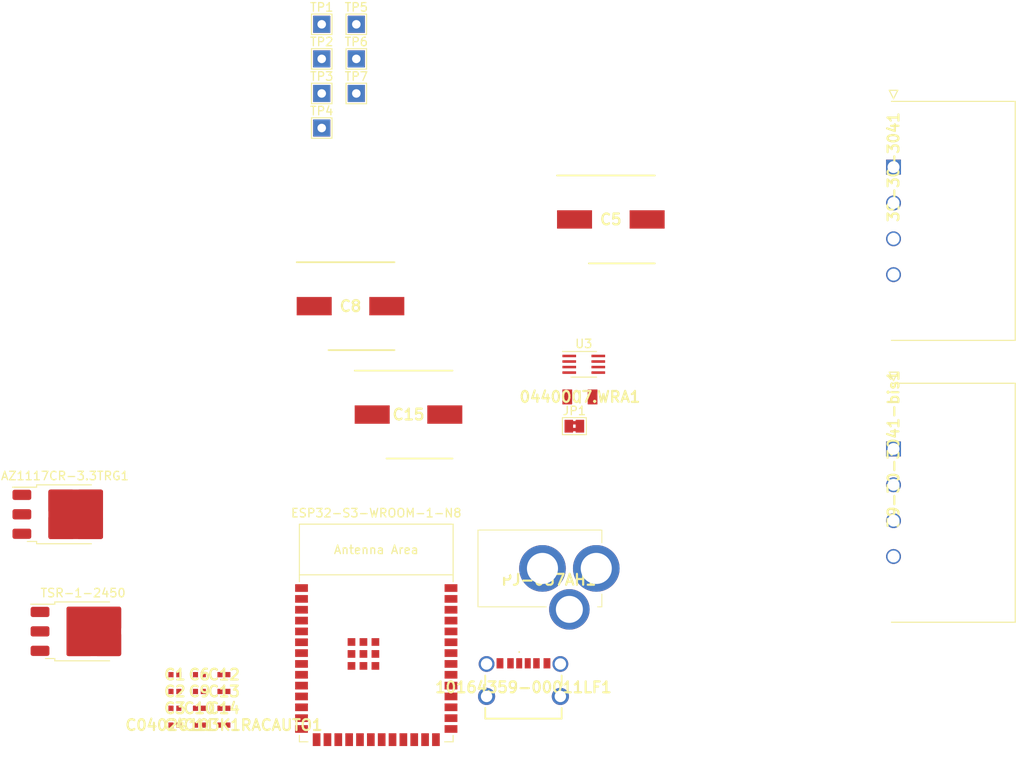
<source format=kicad_pcb>
(kicad_pcb (version 20221018) (generator pcbnew)
  (layers (0 "F.Cu" signal) (31 "B.Cu" signal) (34 "B.Paste" user) (35 "F.Paste" user) (36 "B.SilkS" user "B.Silkscreen") (37 "F.SilkS" user "F.Silkscreen") (38 "B.Mask" user) (39 "F.Mask" user) (44 "Edge.Cuts" user))
  (net 0 "")
  (net 1 "GND")
  (net 2 "Net-(39-30-3041-Pin_2)")
  (net 3 "+12V")
  (net 4 "Net-(39-30-3041-bis1-Pin_2)")
  (net 5 "Net-(0440007.WRA1-Pad1)")
  (net 7 "+5V")
  (net 9 "+3.3V")
  (net 10 "D3")
  (net 11 "D4")
  (net 12 "D5")
  (net 13 "D6")
  (net 19 "D-")
  (net 20 "D+")
  (net 33 "Net-(ESP32-S3-WROOM-1-N8-GPIO0{slash}BOOT)")
  (footprint "TestPoint:TestPoint_THTPad_2.0x2.0mm_Drill1.0mm" (layer "F.Cu") (at 134.62 35.56)
    (fp_text reference "TP1" (at 0 -1.998) (layer "F.SilkS"))
    (fp_text value "TestPoint")
    (fp_line (start -1.2 -1.2) (end 1.2 -1.2) (stroke (width 0.12)) (layer "F.SilkS"))
    (fp_line (start -1.2 1.2) (end -1.2 -1.2) (stroke (width 0.12)) (layer "F.SilkS"))
    (fp_line (start 1.2 -1.2) (end 1.2 1.2) (stroke (width 0.12)) (layer "F.SilkS"))
    (fp_line (start 1.2 1.2) (end -1.2 1.2) (stroke (width 0.12)) (layer "F.SilkS"))
    (pad "1" thru_hole rect (at 0 0) (size 2 2) (drill 1) (layers "*.Cu" "*.Mask") (net 3 "+12V"))
  )
  (footprint "TestPoint:TestPoint_THTPad_2.0x2.0mm_Drill1.0mm" (layer "F.Cu") (at 134.62 47.71)
    (fp_text reference "TP4" (at 0 -1.998) (layer "F.SilkS"))
    (fp_text value "TestPoint")
    (fp_line (start -1.2 -1.2) (end 1.2 -1.2) (stroke (width 0.12)) (layer "F.SilkS"))
    (fp_line (start -1.2 1.2) (end -1.2 -1.2) (stroke (width 0.12)) (layer "F.SilkS"))
    (fp_line (start 1.2 -1.2) (end 1.2 1.2) (stroke (width 0.12)) (layer "F.SilkS"))
    (fp_line (start 1.2 1.2) (end -1.2 1.2) (stroke (width 0.12)) (layer "F.SilkS"))
    (pad "1" thru_hole rect (at 0 0) (size 2 2) (drill 1) (layers "*.Cu" "*.Mask") (net 11 "D4"))
  )
  (footprint "SamacSys_Parts:CAPAE1030X1030N" (layer "F.Cu") (at 144.78 81.28)
    (fp_text reference "C15" (at 0 0) (layer "F.SilkS") (effects (font (size 1.27 1.27) (thickness 0.254))))
    (fp_text value "100nF" hide)
    (fp_line (start -6.3 -5.15) (end 5.15 -5.15) (stroke (width 0.2)) (layer "F.SilkS"))
    (fp_line (start -2.575 5.15) (end 5.15 5.15) (stroke (width 0.2)) (layer "F.SilkS"))
    (pad "1" smd rect (at -4.25 0 90) (size 2.15 4.1) (layers "F.Cu" "F.Paste" "F.Mask") (net 9 "+3.3V"))
    (pad "2" smd rect (at 4.25 0 90) (size 2.15 4.1) (layers "F.Cu" "F.Paste" "F.Mask") (net 1 "GND"))
  )
  (footprint "SamacSys_Parts:CAPAE1030X1030N" (layer "F.Cu") (at 137.99 68.58)
    (fp_text reference "C8" (at 0 0) (layer "F.SilkS") (effects (font (size 1.27 1.27) (thickness 0.254))))
    (fp_text value "1000uF/50V" hide)
    (fp_line (start -6.3 -5.15) (end 5.15 -5.15) (stroke (width 0.2)) (layer "F.SilkS"))
    (fp_line (start -2.575 5.15) (end 5.15 5.15) (stroke (width 0.2)) (layer "F.SilkS"))
    (pad "1" smd rect (at -4.25 0 90) (size 2.15 4.1) (layers "F.Cu" "F.Paste" "F.Mask") (net 1 "GND"))
    (pad "2" smd rect (at 4.25 0 90) (size 2.15 4.1) (layers "F.Cu" "F.Paste" "F.Mask") (net 3 "+12V"))
  )
  (footprint "TestPoint:TestPoint_THTPad_2.0x2.0mm_Drill1.0mm" (layer "F.Cu") (at 138.67 35.56)
    (fp_text reference "TP5" (at 0 -1.998) (layer "F.SilkS"))
    (fp_text value "TestPoint")
    (fp_line (start -1.2 -1.2) (end 1.2 -1.2) (stroke (width 0.12)) (layer "F.SilkS"))
    (fp_line (start -1.2 1.2) (end -1.2 -1.2) (stroke (width 0.12)) (layer "F.SilkS"))
    (fp_line (start 1.2 -1.2) (end 1.2 1.2) (stroke (width 0.12)) (layer "F.SilkS"))
    (fp_line (start 1.2 1.2) (end -1.2 1.2) (stroke (width 0.12)) (layer "F.SilkS"))
    (pad "1" thru_hole rect (at 0 0) (size 2 2) (drill 1) (layers "*.Cu" "*.Mask") (net 12 "D5"))
  )
  (footprint "SamacSys_Parts:39303041" (layer "F.Cu") (at 201.5671 52.28925 90)
    (fp_text reference "39-30-3041" (at 0 0 90) (layer "F.SilkS") (effects (font (size 1.27 1.27) (thickness 0.254))))
    (fp_text value "Conn_01x04_Socket" hide)
    (fp_line (start -20.3 14.25) (end -20.3 -0.25) (stroke (width 0.127)) (layer "F.SilkS"))
    (fp_line (start 7.7 -0.25) (end 7.7 14.25) (stroke (width 0.127)) (layer "F.SilkS"))
    (fp_line (start 7.7 14.25) (end -20.3 14.25) (stroke (width 0.127)) (layer "F.SilkS"))
    (fp_line (start 8 0) (end 9 -0.5) (stroke (width 0.127)) (layer "F.SilkS"))
    (fp_line (start 9 -0.5) (end 9 0.5) (stroke (width 0.127)) (layer "F.SilkS"))
    (fp_line (start 9 0.5) (end 8 0) (stroke (width 0.127)) (layer "F.SilkS"))
    (pad "" np_thru_hole circle (at -17.1 4.2 90) (size 3.2 3.2) (drill 3.2) (layers "*.Cu" "*.Mask"))
    (pad "" np_thru_hole circle (at 4.5 4.2 90) (size 3.2 3.2) (drill 3.2) (layers "*.Cu" "*.Mask"))
    (pad "1" thru_hole rect (at 0 0 90) (size 1.75 1.75) (drill 1.4) (layers "*.Cu" "*.Mask") (net 1 "GND"))
    (pad "2" thru_hole circle (at -4.2 0 90) (size 1.75 1.75) (drill 1.4) (layers "*.Cu" "*.Mask") (net 2 "Net-(39-30-3041-Pin_2)"))
    (pad "3" thru_hole circle (at -8.4 0 90) (size 1.75 1.75) (drill 1.4) (layers "*.Cu" "*.Mask") (net 2 "Net-(39-30-3041-Pin_2)"))
    (pad "4" thru_hole circle (at -12.6 0 90) (size 1.75 1.75) (drill 1.4) (layers "*.Cu" "*.Mask") (net 3 "+12V"))
  )
  (footprint "SamacSys_Parts:FUSC3216X85N" (layer "F.Cu") (at 164.85 79.215)
    (fp_text reference "0440007.WRA1" (at 0 0) (layer "F.SilkS") (effects (font (size 1.27 1.27) (thickness 0.254))))
    (fp_text value "Fuse" hide)
    (fp_line (start 0 -0.69) (end 0 0.69) (stroke (width 0.2)) (layer "F.SilkS"))
    (pad "1" smd rect (at -1.48 0) (size 1.14 1.75) (layers "F.Cu" "F.Paste" "F.Mask") (net 5 "Net-(0440007.WRA1-Pad1)"))
    (pad "2" smd rect (at 1.48 0) (size 1.14 1.75) (layers "F.Cu" "F.Paste" "F.Mask") (net 3 "+12V"))
  )
  (footprint "SamacSys_Parts:CAPC1005X55N" (layer "F.Cu") (at 117.43 113.72)
    (fp_text reference "C2" (at 0 0) (layer "F.SilkS") (effects (font (size 1.27 1.27) (thickness 0.254))))
    (fp_text value "100nF" hide)
    (pad "1" smd rect (at -0.46 0) (size 0.6 0.62) (layers "F.Cu" "F.Paste" "F.Mask") (net 9 "+3.3V"))
    (pad "2" smd rect (at 0.46 0) (size 0.6 0.62) (layers "F.Cu" "F.Paste" "F.Mask") (net 1 "GND"))
  )
  (footprint "SamacSys_Parts:CAPC1005X55N" (layer "F.Cu") (at 117.43 115.69)
    (fp_text reference "C3" (at 0 0) (layer "F.SilkS") (effects (font (size 1.27 1.27) (thickness 0.254))))
    (fp_text value "100nF" hide)
    (pad "1" smd rect (at -0.46 0) (size 0.6 0.62) (layers "F.Cu" "F.Paste" "F.Mask") (net 3 "+12V"))
    (pad "2" smd rect (at 0.46 0) (size 0.6 0.62) (layers "F.Cu" "F.Paste" "F.Mask") (net 1 "GND"))
  )
  (footprint "TestPoint:TestPoint_THTPad_2.0x2.0mm_Drill1.0mm" (layer "F.Cu") (at 134.62 43.66)
    (fp_text reference "TP3" (at 0 -1.998) (layer "F.SilkS"))
    (fp_text value "TestPoint")
    (fp_line (start -1.2 -1.2) (end 1.2 -1.2) (stroke (width 0.12)) (layer "F.SilkS"))
    (fp_line (start -1.2 1.2) (end -1.2 -1.2) (stroke (width 0.12)) (layer "F.SilkS"))
    (fp_line (start 1.2 -1.2) (end 1.2 1.2) (stroke (width 0.12)) (layer "F.SilkS"))
    (fp_line (start 1.2 1.2) (end -1.2 1.2) (stroke (width 0.12)) (layer "F.SilkS"))
    (pad "1" thru_hole rect (at 0 0) (size 2 2) (drill 1) (layers "*.Cu" "*.Mask") (net 10 "D3"))
  )
  (footprint "Jumper:SolderJumper-2_P1.3mm_Bridged2Bar_Pad1.0x1.5mm" (layer "F.Cu") (at 164.2 82.64)
    (fp_text reference "JP1" (at 0 -1.8) (layer "F.SilkS"))
    (fp_text value "Jumper_2_Open")
    (fp_poly (pts (xy -0.25 -0.6) (xy 0.25 -0.6) (xy 0.25 -0.2) (xy -0.25 -0.2)) (fill solid) (layer "F.Cu"))
    (fp_poly (pts (xy -0.25 0.2) (xy 0.25 0.2) (xy 0.25 0.6) (xy -0.25 0.6)) (fill solid) (layer "F.Cu"))
    (fp_line (start -1.4 -1) (end 1.4 -1) (stroke (width 0.12)) (layer "F.SilkS"))
    (fp_line (start -1.4 1) (end -1.4 -1) (stroke (width 0.12)) (layer "F.SilkS"))
    (fp_line (start 1.4 -1) (end 1.4 1) (stroke (width 0.12)) (layer "F.SilkS"))
    (fp_line (start 1.4 1) (end -1.4 1) (stroke (width 0.12)) (layer "F.SilkS"))
    (pad "1" smd rect (at -0.65 0) (size 1 1.5) (layers "F.Cu" "F.Mask") (net 33 "Net-(ESP32-S3-WROOM-1-N8-GPIO0{slash}BOOT)"))
    (pad "2" smd rect (at 0.65 0) (size 1 1.5) (layers "F.Cu" "F.Mask") (net 1 "GND"))
  )
  (footprint "SamacSys_Parts:CAPC1005X55N" (layer "F.Cu") (at 120.3 115.69)
    (fp_text reference "C10" (at 0 0) (layer "F.SilkS") (effects (font (size 1.27 1.27) (thickness 0.254))))
    (fp_text value "100nF" hide)
    (pad "1" smd rect (at -0.46 0) (size 0.6 0.62) (layers "F.Cu" "F.Paste" "F.Mask") (net 9 "+3.3V"))
    (pad "2" smd rect (at 0.46 0) (size 0.6 0.62) (layers "F.Cu" "F.Paste" "F.Mask") (net 1 "GND"))
  )
  (footprint "SamacSys_Parts:CAPC1005X55N" (layer "F.Cu") (at 123.17 113.72)
    (fp_text reference "C13" (at 0 0) (layer "F.SilkS") (effects (font (size 1.27 1.27) (thickness 0.254))))
    (fp_text value "1uF" hide)
    (pad "1" smd rect (at -0.46 0) (size 0.6 0.62) (layers "F.Cu" "F.Paste" "F.Mask") (net 3 "+12V"))
    (pad "2" smd rect (at 0.46 0) (size 0.6 0.62) (layers "F.Cu" "F.Paste" "F.Mask") (net 1 "GND"))
  )
  (footprint "Package_SO:SSOP-8_2.95x2.8mm_P0.65mm" (layer "F.Cu") (at 165.3 75.39)
    (fp_text reference "U3" (at 0 -2.4) (layer "F.SilkS"))
    (fp_text value "TXS0102DCT")
    (fp_line (start 1.5 -1.5) (end -2.5 -1.5) (stroke (width 0.12)) (layer "F.SilkS"))
    (fp_line (start 1.5 1.5) (end -1.5 1.5) (stroke (width 0.12)) (layer "F.SilkS"))
    (pad "1" smd rect (at -1.7 -0.975 270) (size 0.3 1.6) (layers "F.Cu" "F.Paste" "F.Mask") (net 4 "Net-(39-30-3041-bis1-Pin_2)"))
    (pad "2" smd rect (at -1.7 -0.325 270) (size 0.3 1.6) (layers "F.Cu" "F.Paste" "F.Mask") (net 1 "GND"))
    (pad "3" smd rect (at -1.7 0.325 270) (size 0.3 1.6) (layers "F.Cu" "F.Paste" "F.Mask") (net 9 "+3.3V"))
    (pad "4" smd rect (at -1.7 0.975 270) (size 0.3 1.6) (layers "F.Cu" "F.Paste" "F.Mask") (net 11 "D4"))
    (pad "5" smd rect (at 1.7 0.975 270) (size 0.3 1.6) (layers "F.Cu" "F.Paste" "F.Mask") (net 10 "D3"))
    (pad "6" smd rect (at 1.7 0.325 270) (size 0.3 1.6) (layers "F.Cu" "F.Paste" "F.Mask") (net 9 "+3.3V"))
    (pad "7" smd rect (at 1.7 -0.325 270) (size 0.3 1.6) (layers "F.Cu" "F.Paste" "F.Mask") (net 7 "+5V"))
    (pad "8" smd rect (at 1.7 -0.975 270) (size 0.3 1.6) (layers "F.Cu" "F.Paste" "F.Mask") (net 2 "Net-(39-30-3041-Pin_2)"))
  )
  (footprint "SamacSys_Parts:39303041" (layer "F.Cu") (at 201.5671 85.30925 90)
    (fp_text reference "39-30-3041-bis1" (at 0 0 90) (layer "F.SilkS") (effects (font (size 1.27 1.27) (thickness 0.254))))
    (fp_text value "Conn_01x04_Socket" hide)
    (fp_line (start -20.3 14.25) (end -20.3 -0.25) (stroke (width 0.127)) (layer "F.SilkS"))
    (fp_line (start 7.7 -0.25) (end 7.7 14.25) (stroke (width 0.127)) (layer "F.SilkS"))
    (fp_line (start 7.7 14.25) (end -20.3 14.25) (stroke (width 0.127)) (layer "F.SilkS"))
    (fp_line (start 8 0) (end 9 -0.5) (stroke (width 0.127)) (layer "F.SilkS"))
    (fp_line (start 9 -0.5) (end 9 0.5) (stroke (width 0.127)) (layer "F.SilkS"))
    (fp_line (start 9 0.5) (end 8 0) (stroke (width 0.127)) (layer "F.SilkS"))
    (pad "" np_thru_hole circle (at -17.1 4.2 90) (size 3.2 3.2) (drill 3.2) (layers "*.Cu" "*.Mask"))
    (pad "" np_thru_hole circle (at 4.5 4.2 90) (size 3.2 3.2) (drill 3.2) (layers "*.Cu" "*.Mask"))
    (pad "1" thru_hole rect (at 0 0 90) (size 1.75 1.75) (drill 1.4) (layers "*.Cu" "*.Mask") (net 1 "GND"))
    (pad "2" thru_hole circle (at -4.2 0 90) (size 1.75 1.75) (drill 1.4) (layers "*.Cu" "*.Mask") (net 4 "Net-(39-30-3041-bis1-Pin_2)"))
    (pad "3" thru_hole circle (at -8.4 0 90) (size 1.75 1.75) (drill 1.4) (layers "*.Cu" "*.Mask") (net 4 "Net-(39-30-3041-bis1-Pin_2)"))
    (pad "4" thru_hole circle (at -12.6 0 90) (size 1.75 1.75) (drill 1.4) (layers "*.Cu" "*.Mask") (net 3 "+12V"))
  )
  (footprint "SamacSys_Parts:CAPC1005X55N" (layer "F.Cu") (at 123.17 115.69)
    (fp_text reference "C14" (at 0 0) (layer "F.SilkS") (effects (font (size 1.27 1.27) (thickness 0.254))))
    (fp_text value "1uF" hide)
    (pad "1" smd rect (at -0.46 0) (size 0.6 0.62) (layers "F.Cu" "F.Paste" "F.Mask") (net 9 "+3.3V"))
    (pad "2" smd rect (at 0.46 0) (size 0.6 0.62) (layers "F.Cu" "F.Paste" "F.Mask") (net 1 "GND"))
  )
  (footprint "TestPoint:TestPoint_THTPad_2.0x2.0mm_Drill1.0mm" (layer "F.Cu") (at 138.67 39.61)
    (fp_text reference "TP6" (at 0 -1.998) (layer "F.SilkS"))
    (fp_text value "TestPoint")
    (fp_line (start -1.2 -1.2) (end 1.2 -1.2) (stroke (width 0.12)) (layer "F.SilkS"))
    (fp_line (start -1.2 1.2) (end -1.2 -1.2) (stroke (width 0.12)) (layer "F.SilkS"))
    (fp_line (start 1.2 -1.2) (end 1.2 1.2) (stroke (width 0.12)) (layer "F.SilkS"))
    (fp_line (start 1.2 1.2) (end -1.2 1.2) (stroke (width 0.12)) (layer "F.SilkS"))
    (pad "1" thru_hole rect (at 0 0) (size 2 2) (drill 1) (layers "*.Cu" "*.Mask") (net 13 "D6"))
  )
  (footprint "Espressif:ESP32-S3-WROOM-1" (layer "F.Cu") (at 141.005 109.865)
    (fp_text reference "ESP32-S3-WROOM-1-N8" (at 0 -17.05) (layer "F.SilkS"))
    (fp_text value "ESP32-S3-WROOM-1")
    (fp_text user "Antenna Area" (at 0 -12.75) (layer "F.SilkS"))
    (fp_line (start -9 -15.75) (end -9 -9) (stroke (width 0.12)) (layer "F.SilkS"))
    (fp_line (start -9 -15.75) (end 9 -15.75) (stroke (width 0.12)) (layer "F.SilkS"))
    (fp_line (start -9 9) (end -9 9.75) (stroke (width 0.12)) (layer "F.SilkS"))
    (fp_line (start -9 9.75) (end -8 9.75) (stroke (width 0.12)) (layer "F.SilkS"))
    (fp_line (start 9 -15.75) (end 9 -9) (stroke (width 0.12)) (layer "F.SilkS"))
    (fp_line (start 9 -9.81) (end -9 -9.81) (stroke (width 0.12)) (layer "F.SilkS"))
    (fp_line (start 9 9) (end 9 9.75) (stroke (width 0.12)) (layer "F.SilkS"))
    (fp_line (start 9 9.75) (end 8 9.75) (stroke (width 0.12)) (layer "F.SilkS"))
    (pad "1" smd rect (at -8.75 -8.26) (size 1.5 0.9) (layers "F.Cu" "F.Paste" "F.Mask") (net 1 "GND"))
    (pad "2" smd rect (at -8.75 -6.99) (size 1.5 0.9) (layers "F.Cu" "F.Paste" "F.Mask") (net 9 "+3.3V"))
    (pad "3" smd rect (at -8.75 -5.72) (size 1.5 0.9) (layers "F.Cu" "F.Paste" "F.Mask") (net 9 "+3.3V"))
    (pad "4" smd rect (at -8.75 -4.45) (size 1.5 0.9) (layers "F.Cu" "F.Paste" "F.Mask") (net 10 "D3"))
    (pad "5" smd rect (at -8.75 -3.18) (size 1.5 0.9) (layers "F.Cu" "F.Paste" "F.Mask") (net 11 "D4"))
    (pad "6" smd rect (at -8.75 -1.91) (size 1.5 0.9) (layers "F.Cu" "F.Paste" "F.Mask") (net 12 "D5"))
    (pad "7" smd rect (at -8.75 -0.64) (size 1.5 0.9) (layers "F.Cu" "F.Paste" "F.Mask") (net 13 "D6"))
    (pad "8" smd rect (at -8.75 0.63) (size 1.5 0.9) (layers "F.Cu" "F.Paste" "F.Mask"))
    (pad "9" smd rect (at -8.75 1.9) (size 1.5 0.9) (layers "F.Cu" "F.Paste" "F.Mask"))
    (pad "10" smd rect (at -8.75 3.17) (size 1.5 0.9) (layers "F.Cu" "F.Paste" "F.Mask"))
    (pad "11" smd rect (at -8.75 4.44) (size 1.5 0.9) (layers "F.Cu" "F.Paste" "F.Mask"))
    (pad "12" smd rect (at -8.75 5.71) (size 1.5 0.9) (layers "F.Cu" "F.Paste" "F.Mask"))
    (pad "13" smd rect (at -8.75 6.98) (size 1.5 0.9) (layers "F.Cu" "F.Paste" "F.Mask") (net 19 "D-"))
    (pad "14" smd rect (at -8.75 8.25) (size 1.5 0.9) (layers "F.Cu" "F.Paste" "F.Mask") (net 20 "D+"))
    (pad "15" smd rect (at -6.985 9.5 90) (size 1.5 0.9) (layers "F.Cu" "F.Paste" "F.Mask"))
    (pad "16" smd rect (at -5.715 9.5 90) (size 1.5 0.9) (layers "F.Cu" "F.Paste" "F.Mask"))
    (pad "17" smd rect (at -4.445 9.5 90) (size 1.5 0.9) (layers "F.Cu" "F.Paste" "F.Mask"))
    (pad "18" smd rect (at -3.175 9.5 90) (size 1.5 0.9) (layers "F.Cu" "F.Paste" "F.Mask"))
    (pad "19" smd rect (at -1.905 9.5 90) (size 1.5 0.9) (layers "F.Cu" "F.Paste" "F.Mask"))
    (pad "20" smd rect (at -0.635 9.5 90) (size 1.5 0.9) (layers "F.Cu" "F.Paste" "F.Mask"))
    (pad "21" smd rect (at 0.635 9.5 90) (size 1.5 0.9) (layers "F.Cu" "F.Paste" "F.Mask"))
    (pad "22" smd rect (at 1.905 9.5 90) (size 1.5 0.9) (layers "F.Cu" "F.Paste" "F.Mask"))
    (pad "23" smd rect (at 3.175 9.5 90) (size 1.5 0.9) (layers "F.Cu" "F.Paste" "F.Mask"))
    (pad "24" smd rect (at 4.445 9.5 90) (size 1.5 0.9) (layers "F.Cu" "F.Paste" "F.Mask"))
    (pad "25" smd rect (at 5.715 9.5 90) (size 1.5 0.9) (layers "F.Cu" "F.Paste" "F.Mask"))
    (pad "26" smd rect (at 6.985 9.5 90) (size 1.5 0.9) (layers "F.Cu" "F.Paste" "F.Mask"))
    (pad "27" smd rect (at 8.75 8.25 180) (size 1.5 0.9) (layers "F.Cu" "F.Paste" "F.Mask") (net 33 "Net-(ESP32-S3-WROOM-1-N8-GPIO0{slash}BOOT)"))
    (pad "28" smd rect (at 8.75 6.98 180) (size 1.5 0.9) (layers "F.Cu" "F.Paste" "F.Mask"))
    (pad "29" smd rect (at 8.75 5.71 180) (size 1.5 0.9) (layers "F.Cu" "F.Paste" "F.Mask"))
    (pad "30" smd rect (at 8.75 4.44 180) (size 1.5 0.9) (layers "F.Cu" "F.Paste" "F.Mask"))
    (pad "31" smd rect (at 8.75 3.17 180) (size 1.5 0.9) (layers "F.Cu" "F.Paste" "F.Mask"))
    (pad "32" smd rect (at 8.75 1.9 180) (size 1.5 0.9) (layers "F.Cu" "F.Paste" "F.Mask"))
    (pad "33" smd rect (at 8.75 0.63 180) (size 1.5 0.9) (layers "F.Cu" "F.Paste" "F.Mask"))
    (pad "34" smd rect (at 8.75 -0.64 180) (size 1.5 0.9) (layers "F.Cu" "F.Paste" "F.Mask"))
    (pad "35" smd rect (at 8.75 -1.91 180) (size 1.5 0.9) (layers "F.Cu" "F.Paste" "F.Mask"))
    (pad "36" smd rect (at 8.75 -3.18 180) (size 1.5 0.9) (layers "F.Cu" "F.Paste" "F.Mask"))
    (pad "37" smd rect (at 8.75 -4.45 180) (size 1.5 0.9) (layers "F.Cu" "F.Paste" "F.Mask"))
    (pad "38" smd rect (at 8.75 -5.72 180) (size 1.5 0.9) (layers "F.Cu" "F.Paste" "F.Mask"))
    (pad "39" smd rect (at 8.75 -6.99 180) (size 1.5 0.9) (layers "F.Cu" "F.Paste" "F.Mask"))
    (pad "40" smd rect (at 8.75 -8.26 180) (size 1.5 0.9) (layers "F.Cu" "F.Paste" "F.Mask") (net 1 "GND"))
    (pad "41" smd rect (at -2.9 -1.94 180) (size 0.9 0.9) (layers "F.Cu" "F.Paste" "F.Mask") (net 1 "GND"))
    (pad "41" smd rect (at -2.9 -0.54 180) (size 0.9 0.9) (layers "F.Cu" "F.Paste" "F.Mask") (net 1 "GND"))
    (pad "41" smd rect (at -2.9 0.86 180) (size 0.9 0.9) (layers "F.Cu" "F.Paste" "F.Mask") (net 1 "GND"))
    (pad "41" smd rect (at -1.5 -1.94 180) (size 0.9 0.9) (layers "F.Cu" "F.Paste" "F.Mask") (net 1 "GND"))
    (pad "41" smd rect (at -1.5 -0.54 180) (size 0.9 0.9) (layers "F.Cu" "F.Paste" "F.Mask") (net 1 "GND"))
    (pad "41" smd rect (at -1.5 0.86 180) (size 0.9 0.9) (layers "F.Cu" "F.Paste" "F.Mask") (net 1 "GND"))
    (pad "41" smd rect (at -0.1 -1.94 180) (size 0.9 0.9) (layers "F.Cu" "F.Paste" "F.Mask") (net 1 "GND"))
    (pad "41" smd rect (at -0.1 -0.54 180) (size 0.9 0.9) (layers "F.Cu" "F.Paste" "F.Mask") (net 1 "GND"))
    (pad "41" smd rect (at -0.1 0.86 180) (size 0.9 0.9) (layers "F.Cu" "F.Paste" "F.Mask") (net 1 "GND"))
  )
  (footprint "SamacSys_Parts:CAPAE1030X1030N" (layer "F.Cu") (at 168.47 58.42)
    (fp_text reference "C5" (at 0 0) (layer "F.SilkS") (effects (font (size 1.27 1.27) (thickness 0.254))))
    (fp_text value "1000uF/50V" hide)
    (fp_line (start -6.3 -5.15) (end 5.15 -5.15) (stroke (width 0.2)) (layer "F.SilkS"))
    (fp_line (start -2.575 5.15) (end 5.15 5.15) (stroke (width 0.2)) (layer "F.SilkS"))
    (pad "1" smd rect (at -4.25 0 90) (size 2.15 4.1) (layers "F.Cu" "F.Paste" "F.Mask") (net 3 "+12V"))
    (pad "2" smd rect (at 4.25 0 90) (size 2.15 4.1) (layers "F.Cu" "F.Paste" "F.Mask") (net 1 "GND"))
  )
  (footprint "TestPoint:TestPoint_THTPad_2.0x2.0mm_Drill1.0mm" (layer "F.Cu") (at 134.62 39.61)
    (fp_text reference "TP2" (at 0 -1.998) (layer "F.SilkS"))
    (fp_text value "TestPoint")
    (fp_line (start -1.2 -1.2) (end 1.2 -1.2) (stroke (width 0.12)) (layer "F.SilkS"))
    (fp_line (start -1.2 1.2) (end -1.2 -1.2) (stroke (width 0.12)) (layer "F.SilkS"))
    (fp_line (start 1.2 -1.2) (end 1.2 1.2) (stroke (width 0.12)) (layer "F.SilkS"))
    (fp_line (start 1.2 1.2) (end -1.2 1.2) (stroke (width 0.12)) (layer "F.SilkS"))
    (pad "1" thru_hole rect (at 0 0) (size 2 2) (drill 1) (layers "*.Cu" "*.Mask") (net 9 "+3.3V"))
  )
  (footprint "Package_TO_SOT_SMD:TO-252-3_TabPin2" (layer "F.Cu") (at 104.555 92.965)
    (fp_text reference "AZ1117CR-3.3TRG1" (at 0 -4.5) (layer "F.SilkS"))
    (fp_text value "5v to 3v3")
    (fp_line (start -3.31 -3.45) (end -3.31 -3.18) (stroke (width 0.12)) (layer "F.SilkS"))
    (fp_line (start -3.31 -3.18) (end -6.14 -3.18) (stroke (width 0.12)) (layer "F.SilkS"))
    (fp_line (start -3.31 3.18) (end -4.41 3.18) (stroke (width 0.12)) (layer "F.SilkS"))
    (fp_line (start -3.31 3.45) (end -3.31 3.18) (stroke (width 0.12)) (layer "F.SilkS"))
    (fp_line (start 3.11 -3.45) (end -3.31 -3.45) (stroke (width 0.12)) (layer "F.SilkS"))
    (fp_line (start 3.11 3.45) (end -3.31 3.45) (stroke (width 0.12)) (layer "F.SilkS"))
    (pad "1" smd roundrect (at -5.04 -2.28) (size 2.2 1.2) (layers "F.Cu" "F.Paste" "F.Mask") (roundrect_rratio 0.208333) (net 1 "GND"))
    (pad "2" smd roundrect (at -5.04 0) (size 2.2 1.2) (layers "F.Cu" "F.Paste" "F.Mask") (roundrect_rratio 0.208333) (net 9 "+3.3V"))
    (pad "2" smd roundrect (at -0.415 -1.525) (size 3.05 2.75) (layers "F.Cu" "F.Paste") (roundrect_rratio 0.090909) (net 9 "+3.3V"))
    (pad "2" smd roundrect (at -0.415 1.525) (size 3.05 2.75) (layers "F.Cu" "F.Paste") (roundrect_rratio 0.090909) (net 9 "+3.3V"))
    (pad "2" smd roundrect (at 1.26 0) (size 6.4 5.8) (layers "F.Cu" "F.Mask") (roundrect_rratio 0.043103) (net 9 "+3.3V"))
    (pad "2" smd roundrect (at 2.935 -1.525) (size 3.05 2.75) (layers "F.Cu" "F.Paste") (roundrect_rratio 0.090909) (net 9 "+3.3V"))
    (pad "2" smd roundrect (at 2.935 1.525) (size 3.05 2.75) (layers "F.Cu" "F.Paste") (roundrect_rratio 0.090909) (net 9 "+3.3V"))
    (pad "3" smd roundrect (at -5.04 2.28) (size 2.2 1.2) (layers "F.Cu" "F.Paste" "F.Mask") (roundrect_rratio 0.208333) (net 7 "+5V"))
  )
  (footprint "SamacSys_Parts:CAPC1005X55N" (layer "F.Cu") (at 120.3 111.75)
    (fp_text reference "C6" (at 0 0) (layer "F.SilkS") (effects (font (size 1.27 1.27) (thickness 0.254))))
    (fp_text value "100nF" hide)
    (pad "1" smd rect (at -0.46 0) (size 0.6 0.62) (layers "F.Cu" "F.Paste" "F.Mask") (net 1 "GND"))
    (pad "2" smd rect (at 0.46 0) (size 0.6 0.62) (layers "F.Cu" "F.Paste" "F.Mask") (net 9 "+3.3V"))
  )
  (footprint "SamacSys_Parts:1016435900011LF" (layer "F.Cu") (at 158.24 113.45)
    (fp_text reference "10164359-00011LF1" (at 0 -0.212) (layer "F.SilkS") (effects (font (size 1.27 1.27) (thickness 0.254))))
    (fp_text value "USB_C_Receptacle" hide)
    (fp_line (start -4.47 -1.6) (end -4.47 -0.4) (stroke (width 0.2)) (layer "F.SilkS"))
    (fp_line (start -4.47 2.2) (end -4.47 3.45) (stroke (width 0.2)) (layer "F.SilkS"))
    (fp_line (start -4.47 3.45) (end 4.47 3.45) (stroke (width 0.2)) (layer "F.SilkS"))
    (fp_line (start -0.5 -4.4) (end -0.5 -4.4) (stroke (width 0.1)) (layer "F.SilkS"))
    (fp_line (start -0.5 -4.3) (end -0.5 -4.3) (stroke (width 0.1)) (layer "F.SilkS"))
    (fp_line (start 4.47 -1.6) (end 4.47 -0.4) (stroke (width 0.2)) (layer "F.SilkS"))
    (fp_line (start 4.47 3.45) (end 4.47 2.2) (stroke (width 0.2)) (layer "F.SilkS"))
    (fp_arc (start -0.5 -4.4) (mid -0.45 -4.35) (end -0.5 -4.3) (stroke (width 0.1)) (layer "F.SilkS"))
    (fp_arc (start -0.5 -4.3) (mid -0.55 -4.35) (end -0.5 -4.4) (stroke (width 0.1)) (layer "F.SilkS"))
    (pad "A5" smd rect (at -0.5 -3.03) (size 0.7 1.2) (layers "F.Cu" "F.Paste" "F.Mask"))
    (pad "A9" smd rect (at 1.52 -3.03) (size 0.76 1.2) (layers "F.Cu" "F.Paste" "F.Mask") (net 7 "+5V"))
    (pad "A12" smd rect (at 2.75 -3.03) (size 0.8 1.2) (layers "F.Cu" "F.Paste" "F.Mask") (net 1 "GND"))
    (pad "B5" smd rect (at 0.5 -3.03) (size 0.7 1.2) (layers "F.Cu" "F.Paste" "F.Mask"))
    (pad "B9" smd rect (at -1.52 -3.03) (size 0.76 1.2) (layers "F.Cu" "F.Paste" "F.Mask") (net 7 "+5V"))
    (pad "B12" smd rect (at -2.75 -3.03) (size 0.8 1.2) (layers "F.Cu" "F.Paste" "F.Mask") (net 1 "GND"))
    (pad "MH1" thru_hole circle (at -4.32 -2.95) (size 1.85 1.85) (drill 1.34) (layers "*.Cu" "*.Mask"))
    (pad "MH2" thru_hole circle (at 4.32 -2.95) (size 1.85 1.85) (drill 1.34) (layers "*.Cu" "*.Mask"))
    (pad "MH3" thru_hole circle (at -4.32 0.85) (size 2.01 2.01) (drill 1.34) (layers "*.Cu" "*.Mask"))
    (pad "MH4" thru_hole circle (at 4.32 0.85) (size 2.01 2.01) (drill 1.34) (layers "*.Cu" "*.Mask"))
  )
  (footprint "SamacSys_Parts:CAPC1005X55N" (layer "F.Cu") (at 120.3 117.66)
    (fp_text reference "C11" (at 0 0) (layer "F.SilkS") (effects (font (size 1.27 1.27) (thickness 0.254))))
    (fp_text value "100nF" hide)
    (pad "1" smd rect (at -0.46 0) (size 0.6 0.62) (layers "F.Cu" "F.Paste" "F.Mask") (net 7 "+5V"))
    (pad "2" smd rect (at 0.46 0) (size 0.6 0.62) (layers "F.Cu" "F.Paste" "F.Mask") (net 1 "GND"))
  )
  (footprint "SamacSys_Parts:CAPC1005X55N" (layer "F.Cu") (at 123.17 117.66)
    (fp_text reference "C0402C103K1RACAUTO1" (at 0 0) (layer "F.SilkS") (effects (font (size 1.27 1.27) (thickness 0.254))))
    (fp_text value "100nF" hide)
    (pad "1" smd rect (at -0.46 0) (size 0.6 0.62) (layers "F.Cu" "F.Paste" "F.Mask") (net 9 "+3.3V"))
    (pad "2" smd rect (at 0.46 0) (size 0.6 0.62) (layers "F.Cu" "F.Paste" "F.Mask") (net 1 "GND"))
  )
  (footprint "SamacSys_Parts:CAPC1005X55N" (layer "F.Cu") (at 123.17 111.75)
    (fp_text reference "C12" (at 0 0) (layer "F.SilkS") (effects (font (size 1.27 1.27) (thickness 0.254))))
    (fp_text value "1uF" hide)
    (pad "1" smd rect (at -0.46 0) (size 0.6 0.62) (layers "F.Cu" "F.Paste" "F.Mask") (net 7 "+5V"))
    (pad "2" smd rect (at 0.46 0) (size 0.6 0.62) (layers "F.Cu" "F.Paste" "F.Mask") (net 1 "GND"))
  )
  (footprint "SamacSys_Parts:CAPC1005X55N" (layer "F.Cu") (at 117.43 111.75)
    (fp_text reference "C1" (at 0 0) (layer "F.SilkS") (effects (font (size 1.27 1.27) (thickness 0.254))))
    (fp_text value "100nF" hide)
    (pad "1" smd rect (at -0.46 0) (size 0.6 0.62) (layers "F.Cu" "F.Paste" "F.Mask") (net 7 "+5V"))
    (pad "2" smd rect (at 0.46 0) (size 0.6 0.62) (layers "F.Cu" "F.Paste" "F.Mask") (net 1 "GND"))
  )
  (footprint "SamacSys_Parts:CAPC1005X55N" (layer "F.Cu") (at 120.3 113.72)
    (fp_text reference "C9" (at 0 0) (layer "F.SilkS") (effects (font (size 1.27 1.27) (thickness 0.254))))
    (fp_text value "100nF" hide)
    (pad "1" smd rect (at -0.46 0) (size 0.6 0.62) (layers "F.Cu" "F.Paste" "F.Mask") (net 7 "+5V"))
    (pad "2" smd rect (at 0.46 0) (size 0.6 0.62) (layers "F.Cu" "F.Paste" "F.Mask") (net 1 "GND"))
  )
  (footprint "SamacSys_Parts:PJ057AH" (layer "F.Cu") (at 166.765 99.305)
    (fp_text reference "PJ-057AH1" (at -5.56 1.336) (layer "F.SilkS") (effects (font (size 1.27 1.27) (thickness 0.254))))
    (fp_text value "Jack-DC" hide)
    (fp_line (start -13.85 -4.5) (end -13.85 4.5) (stroke (width 0.1)) (layer "F.SilkS"))
    (fp_line (start -13.85 4.5) (end -5.85 4.5) (stroke (width 0.1)) (layer "F.SilkS"))
    (fp_line (start 0.65 -4.5) (end -13.85 -4.5) (stroke (width 0.1)) (layer "F.SilkS"))
    (fp_line (start 0.65 -3) (end 0.65 -4.5) (stroke (width 0.1)) (layer "F.SilkS"))
    (fp_line (start 0.65 3) (end 0.65 4.5) (stroke (width 0.1)) (layer "F.SilkS"))
    (fp_line (start 0.65 4.5) (end 0.15 4.5) (stroke (width 0.1)) (layer "F.SilkS"))
    (pad "" np_thru_hole circle (at -10.85 0) (size 2 2) (drill 2) (layers "*.Cu" "*.Mask"))
    (pad "1" thru_hole circle (at 0 0) (size 5.46 5.46) (drill 3.6401) (layers "*.Cu" "*.Mask") (net 5 "Net-(0440007.WRA1-Pad1)"))
    (pad "2" thru_hole circle (at -6.3 0) (size 5.46 5.46) (drill 3.6401) (layers "*.Cu" "*.Mask") (net 1 "GND"))
    (pad "3" thru_hole circle (at -3.15 4.8) (size 4.743 4.743) (drill 3.1623) (layers "*.Cu" "*.Mask"))
  )
  (footprint "TestPoint:TestPoint_THTPad_2.0x2.0mm_Drill1.0mm" (layer "F.Cu") (at 138.67 43.66)
    (fp_text reference "TP7" (at 0 -1.998) (layer "F.SilkS"))
    (fp_text value "TestPoint")
    (fp_line (start -1.2 -1.2) (end 1.2 -1.2) (stroke (width 0.12)) (layer "F.SilkS"))
    (fp_line (start -1.2 1.2) (end -1.2 -1.2) (stroke (width 0.12)) (layer "F.SilkS"))
    (fp_line (start 1.2 -1.2) (end 1.2 1.2) (stroke (width 0.12)) (layer "F.SilkS"))
    (fp_line (start 1.2 1.2) (end -1.2 1.2) (stroke (width 0.12)) (layer "F.SilkS"))
    (pad "1" thru_hole rect (at 0 0) (size 2 2) (drill 1) (layers "*.Cu" "*.Mask") (net 1 "GND"))
  )
  (footprint "Package_TO_SOT_SMD:TO-252-3_TabPin2" (layer "F.Cu") (at 106.68 106.68)
    (fp_text reference "TSR-1-2450" (at 0 -4.5) (layer "F.SilkS"))
    (fp_text value "12v to 5v")
    (fp_line (start -3.31 -3.45) (end -3.31 -3.18) (stroke (width 0.12)) (layer "F.SilkS"))
    (fp_line (start -3.31 -3.18) (end -6.14 -3.18) (stroke (width 0.12)) (layer "F.SilkS"))
    (fp_line (start -3.31 3.18) (end -4.41 3.18) (stroke (width 0.12)) (layer "F.SilkS"))
    (fp_line (start -3.31 3.45) (end -3.31 3.18) (stroke (width 0.12)) (layer "F.SilkS"))
    (fp_line (start 3.11 -3.45) (end -3.31 -3.45) (stroke (width 0.12)) (layer "F.SilkS"))
    (fp_line (start 3.11 3.45) (end -3.31 3.45) (stroke (width 0.12)) (layer "F.SilkS"))
    (pad "1" smd roundrect (at -5.04 -2.28) (size 2.2 1.2) (layers "F.Cu" "F.Paste" "F.Mask") (roundrect_rratio 0.208333) (net 1 "GND"))
    (pad "2" smd roundrect (at -5.04 0) (size 2.2 1.2) (layers "F.Cu" "F.Paste" "F.Mask") (roundrect_rratio 0.208333) (net 7 "+5V"))
    (pad "2" smd roundrect (at -0.415 -1.525) (size 3.05 2.75) (layers "F.Cu" "F.Paste") (roundrect_rratio 0.090909) (net 7 "+5V"))
    (pad "2" smd roundrect (at -0.415 1.525) (size 3.05 2.75) (layers "F.Cu" "F.Paste") (roundrect_rratio 0.090909) (net 7 "+5V"))
    (pad "2" smd roundrect (at 1.26 0) (size 6.4 5.8) (layers "F.Cu" "F.Mask") (roundrect_rratio 0.043103) (net 7 "+5V"))
    (pad "2" smd roundrect (at 2.935 -1.525) (size 3.05 2.75) (layers "F.Cu" "F.Paste") (roundrect_rratio 0.090909) (net 7 "+5V"))
    (pad "2" smd roundrect (at 2.935 1.525) (size 3.05 2.75) (layers "F.Cu" "F.Paste") (roundrect_rratio 0.090909) (net 7 "+5V"))
    (pad "3" smd roundrect (at -5.04 2.28) (size 2.2 1.2) (layers "F.Cu" "F.Paste" "F.Mask") (roundrect_rratio 0.208333) (net 3 "+12V"))
  )
  (footprint "SamacSys_Parts:CAPC1005X55N" (layer "F.Cu") (at 117.43 117.66)
    (fp_text reference "C4" (at 0 0) (layer "F.SilkS") (effects (font (size 1.27 1.27) (thickness 0.254))))
    (fp_text value "100nF" hide)
    (pad "1" smd rect (at -0.46 0) (size 0.6 0.62) (layers "F.Cu" "F.Paste" "F.Mask") (net 7 "+5V"))
    (pad "2" smd rect (at 0.46 0) (size 0.6 0.62) (layers "F.Cu" "F.Paste" "F.Mask") (net 1 "GND"))
  )
)
</source>
